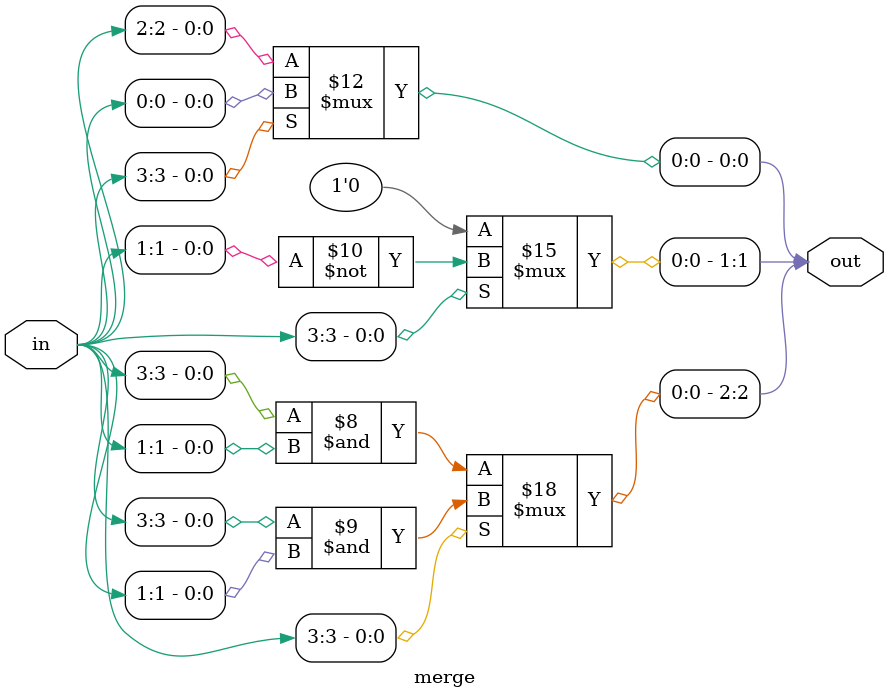
<source format=sv>
/*
 * Copyright © 2019-2023 Yuhui Gao, Lesley Shannon
 *
 * Licensed under the Apache License, Version 2.0 (the "License");
 * you may not use this file except in compliance with the License.
 * You may obtain a copy of the License at
 *
 * http://www.apache.org/licenses/LICENSE-2.0
 *
 * Unless required by applicable law or agreed to in writing, software
 * distributed under the License is distributed on an "AS IS" BASIS,
 * WITHOUT WARRANTIES OR CONDITIONS OF ANY KIND, either express or implied.
 * See the License for the specific language governing permissions and
 * limitations under the License.
 *
 * Initial code developed under the supervision of Dr. Lesley Shannon,
 * Reconfigurable Computing Lab, Simon Fraser University.
 *
 * Author(s):
 *             Yuhui Gao <yuhuig@sfu.ca>
 */

module clz_tree (
    input logic [63:0] clz_input,
    output logic [5:0] clz
);
    logic [63:0] encoded_input;
    logic [6:0] clz_plus1;

    // encode the input
    generate begin
        for (genvar i = 0; i < 32; i++) begin
            encode enc (clz_input[2*i+1:2*i], encoded_input[2*i+1:2*i]);
        end
    end endgenerate

    // compress 2 -> 3
    logic [16*3-1:0] compressed_3bit_vector; // 16 3-bit vector
    generate begin
        for (genvar i = 0; i < 16; i++) begin
            merge #(.N(2)) merge_2to3(encoded_input[i*4+3:i*4], compressed_3bit_vector[i*3+2:i*3]);
        end
    end endgenerate

    // compress 3 -> 4
    logic [8*4-1:0] compressed_4bit_vector; // 8 4-bit vector
    generate begin
        for (genvar i = 0; i < 8; i++) begin
            merge #(.N(3)) merge_3to4 (compressed_3bit_vector[i*6+5:i*6], compressed_4bit_vector[i*4+3:i*4]);
        end
    end endgenerate

    // compress 4 -> 5
    logic [4*5-1:0] compressed_5bit_vector; // 4 5-bit vector
    generate begin
        for (genvar i = 0; i < 4; i++) begin
            merge #(.N(4)) merge_4to5 (compressed_4bit_vector[i*8+7:i*8], compressed_5bit_vector[i*5+4:i*5]);
        end
    end endgenerate

    // compress 5 -> 6
    logic [2*6-1:0] compressed_6bit_vector; // 2 6-bit vector
    generate begin
        for (genvar i = 0; i < 2; i++) begin
            merge #(.N(5)) merge_5to6 (compressed_5bit_vector[i*10+9:i*10], compressed_6bit_vector[i*6+5:i*6]);
        end
    end endgenerate

    // final 2x1 compression
    merge #(.N(6)) merge_6to7 (compressed_6bit_vector, clz_plus1);
    assign clz = clz_plus1[5:0];

endmodule


module encode(
    input logic [1:0] in,
    output logic [1:0] out
);

    always_comb begin
        case(in)
            2'b00: out = 2'b10;
            2'b01: out = 2'b01;
            default: out = 2'b00;
        endcase
    end
endmodule

module merge
#(
    parameter N = 2,
    parameter WO = N + 1
)(
    input logic [2*N-1:0] in,
    output logic [WO-1:0] out
);

    always_comb begin
        if (in[2*N-1] == 1'b0) begin
            out[WO-1] = in[2*N-1] & in[N-1]; //can be optimized?
            out[WO-2] = 1'b0;
            out[WO-3:0] = in[2*N-2:N];
        end else begin
            out[WO-1] = in[2*N-1] & in[N-1];
            out[WO-2] = ~in[N-1];
            out[WO-3:0] = in[N-2:0];
        end
    end

endmodule

</source>
